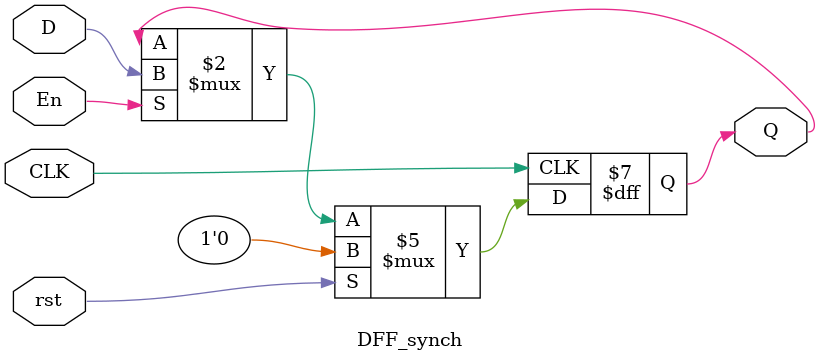
<source format=v>
`timescale 1ns / 1ps
module DFF_synch 
(
    input D,
    input CLK,
    input rst,En,
    output reg Q
);
    always @(posedge CLK ) 
    begin
        if(rst)
            Q <=1'b0;
        else
            if(En)
                Q<=D;
    end 
endmodule

</source>
